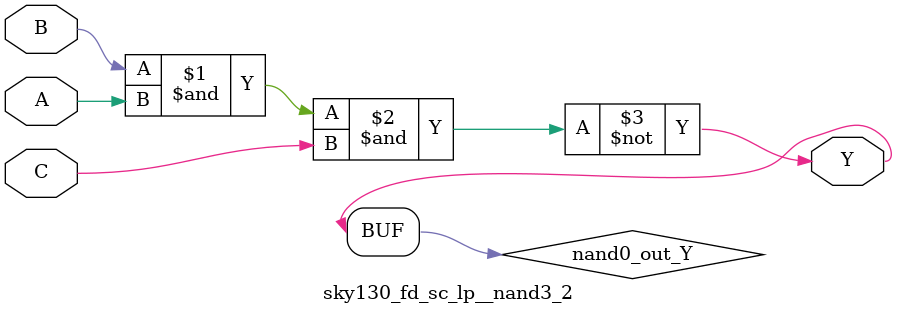
<source format=v>
/*
 * Copyright 2020 The SkyWater PDK Authors
 *
 * Licensed under the Apache License, Version 2.0 (the "License");
 * you may not use this file except in compliance with the License.
 * You may obtain a copy of the License at
 *
 *     https://www.apache.org/licenses/LICENSE-2.0
 *
 * Unless required by applicable law or agreed to in writing, software
 * distributed under the License is distributed on an "AS IS" BASIS,
 * WITHOUT WARRANTIES OR CONDITIONS OF ANY KIND, either express or implied.
 * See the License for the specific language governing permissions and
 * limitations under the License.
 *
 * SPDX-License-Identifier: Apache-2.0
*/


`ifndef SKY130_FD_SC_LP__NAND3_2_FUNCTIONAL_V
`define SKY130_FD_SC_LP__NAND3_2_FUNCTIONAL_V

/**
 * nand3: 3-input NAND.
 *
 * Verilog simulation functional model.
 */

`timescale 1ns / 1ps
`default_nettype none

`celldefine
module sky130_fd_sc_lp__nand3_2 (
    Y,
    A,
    B,
    C
);

    // Module ports
    output Y;
    input  A;
    input  B;
    input  C;

    // Local signals
    wire nand0_out_Y;

    //   Name   Output       Other arguments
    nand nand0 (nand0_out_Y, B, A, C        );
    buf  buf0  (Y          , nand0_out_Y    );

endmodule
`endcelldefine

`default_nettype wire
`endif  // SKY130_FD_SC_LP__NAND3_2_FUNCTIONAL_V

</source>
